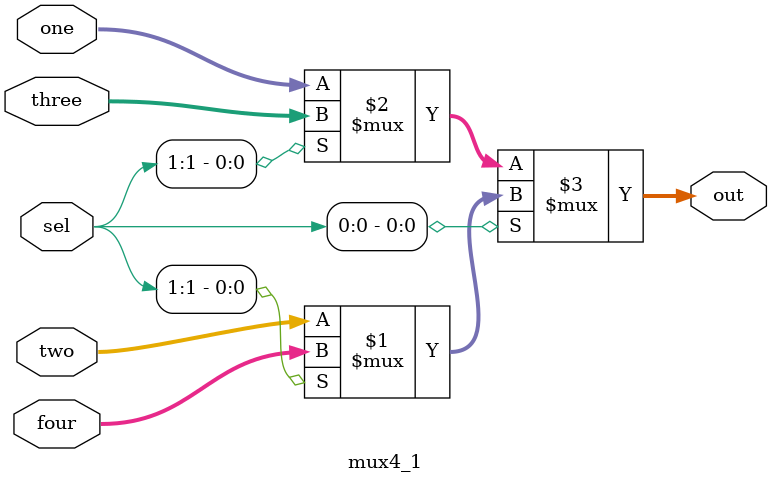
<source format=v>
`timescale 1ns / 1ps


module mux4_1(sel, one, two, three, four, out);
    parameter W = 32;
    input [1:0] sel;
    input [W-1:0] one, two, three, four;
    output [W-1:0] out;
    assign out = (sel[0])? ((sel[1])? four : two) : ((sel[1])? three : one);
endmodule

</source>
